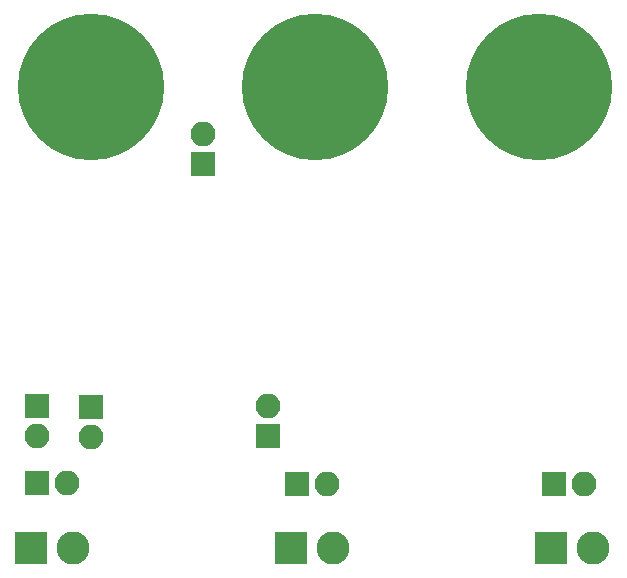
<source format=gbr>
G04 #@! TF.GenerationSoftware,KiCad,Pcbnew,(5.0.0)*
G04 #@! TF.CreationDate,2018-12-13T14:05:28+00:00*
G04 #@! TF.ProjectId,GiveMePower,476976654D65506F7765722E6B696361,rev?*
G04 #@! TF.SameCoordinates,Original*
G04 #@! TF.FileFunction,Soldermask,Bot*
G04 #@! TF.FilePolarity,Negative*
%FSLAX46Y46*%
G04 Gerber Fmt 4.6, Leading zero omitted, Abs format (unit mm)*
G04 Created by KiCad (PCBNEW (5.0.0)) date 12/13/18 14:05:28*
%MOMM*%
%LPD*%
G01*
G04 APERTURE LIST*
%ADD10R,2.100000X2.100000*%
%ADD11O,2.100000X2.100000*%
%ADD12R,2.800000X2.800000*%
%ADD13C,2.800000*%
%ADD14C,1.300000*%
%ADD15C,12.400000*%
G04 APERTURE END LIST*
D10*
G04 #@! TO.C,J1*
X119500000Y-96500000D03*
D11*
X119500000Y-93960000D03*
G04 #@! TD*
G04 #@! TO.C,J2*
X125000000Y-117000000D03*
D10*
X125000000Y-119540000D03*
G04 #@! TD*
G04 #@! TO.C,J3*
X105500000Y-117000000D03*
D11*
X105500000Y-119540000D03*
G04 #@! TD*
G04 #@! TO.C,J4*
X110000000Y-119597001D03*
D10*
X110000000Y-117057001D03*
G04 #@! TD*
D11*
G04 #@! TO.C,J5*
X108040000Y-123500000D03*
D10*
X105500000Y-123500000D03*
G04 #@! TD*
G04 #@! TO.C,J6*
X149200000Y-123600000D03*
D11*
X151740000Y-123600000D03*
G04 #@! TD*
G04 #@! TO.C,J7*
X130040000Y-123600000D03*
D10*
X127500000Y-123600000D03*
G04 #@! TD*
D12*
G04 #@! TO.C,J8*
X105000000Y-129000000D03*
D13*
X108500000Y-129000000D03*
G04 #@! TD*
G04 #@! TO.C,J9*
X152500000Y-129000000D03*
D12*
X149000000Y-129000000D03*
G04 #@! TD*
G04 #@! TO.C,J10*
X127000000Y-129000000D03*
D13*
X130500000Y-129000000D03*
G04 #@! TD*
D14*
G04 #@! TO.C,J11*
X151181981Y-86818019D03*
X148000000Y-85500000D03*
X144818019Y-86818019D03*
X143500000Y-90000000D03*
X144818019Y-93181981D03*
X148000000Y-94500000D03*
X151181981Y-93181981D03*
X152500000Y-90000000D03*
D15*
X148000000Y-90000000D03*
G04 #@! TD*
G04 #@! TO.C,J12*
X129000000Y-90000000D03*
D14*
X133500000Y-90000000D03*
X132181981Y-93181981D03*
X129000000Y-94500000D03*
X125818019Y-93181981D03*
X124500000Y-90000000D03*
X125818019Y-86818019D03*
X129000000Y-85500000D03*
X132181981Y-86818019D03*
G04 #@! TD*
G04 #@! TO.C,J13*
X113181981Y-86818019D03*
X110000000Y-85500000D03*
X106818019Y-86818019D03*
X105500000Y-90000000D03*
X106818019Y-93181981D03*
X110000000Y-94500000D03*
X113181981Y-93181981D03*
X114500000Y-90000000D03*
D15*
X110000000Y-90000000D03*
G04 #@! TD*
M02*

</source>
